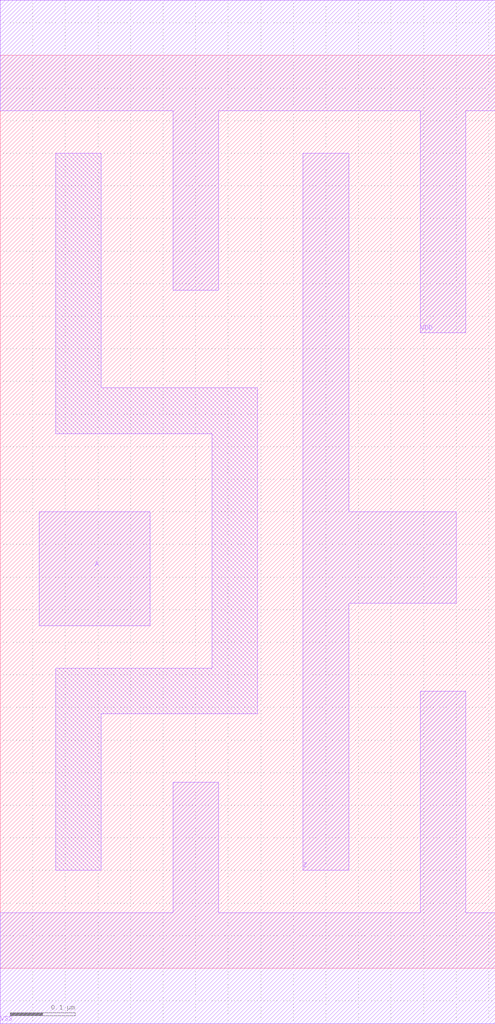
<source format=lef>
# 
# ******************************************************************************
# *                                                                            *
# *                   Copyright (C) 2004-2010, Nangate Inc.                    *
# *                           All rights reserved.                             *
# *                                                                            *
# * Nangate and the Nangate logo are trademarks of Nangate Inc.                *
# *                                                                            *
# * All trademarks, logos, software marks, and trade names (collectively the   *
# * "Marks") in this program are proprietary to Nangate or other respective    *
# * owners that have granted Nangate the right and license to use such Marks.  *
# * You are not permitted to use the Marks without the prior written consent   *
# * of Nangate or such third party that may own the Marks.                     *
# *                                                                            *
# * This file has been provided pursuant to a License Agreement containing     *
# * restrictions on its use. This file contains valuable trade secrets and     *
# * proprietary information of Nangate Inc., and is protected by U.S. and      *
# * international laws and/or treaties.                                        *
# *                                                                            *
# * The copyright notice(s) in this file does not indicate actual or intended  *
# * publication of this file.                                                  *
# *                                                                            *
# *     NGLibraryCreator, v2010.08-HR32-SP3-2010-08-05 - build 1009061800      *
# *                                                                            *
# ******************************************************************************
# 
# 
# Running on brazil06.nangate.com.br for user Giancarlo Franciscatto (gfr).
# Local time is now Fri, 3 Dec 2010, 19:32:18.
# Main process id is 27821.

VERSION 5.6 ;
BUSBITCHARS "[]" ;
DIVIDERCHAR "/" ;

MACRO BUF_X2
  CLASS core ;
  FOREIGN BUF_X2 0.0 0.0 ;
  ORIGIN 0 0 ;
  SYMMETRY X Y ;
  SITE FreePDK45_38x28_10R_NP_162NW_34O ;
  SIZE 0.76 BY 1.4 ;
  PIN A
    DIRECTION INPUT ;
    ANTENNAPARTIALMETALAREA 0.02975 LAYER metal1 ;
    ANTENNAPARTIALMETALSIDEAREA 0.0897 LAYER metal1 ;
    ANTENNAGATEAREA 0.05225 ;
    PORT
      LAYER metal1 ;
        POLYGON 0.06 0.525 0.23 0.525 0.23 0.7 0.06 0.7  ;
    END
  END A
  PIN Z
    DIRECTION OUTPUT ;
    ANTENNAPARTIALMETALAREA 0.1001 LAYER metal1 ;
    ANTENNAPARTIALMETALSIDEAREA 0.3471 LAYER metal1 ;
    ANTENNADIFFAREA 0.1463 ;
    PORT
      LAYER metal1 ;
        POLYGON 0.465 0.15 0.535 0.15 0.535 0.56 0.7 0.56 0.7 0.7 0.535 0.7 0.535 1.25 0.465 1.25  ;
    END
  END Z
  PIN VDD
    DIRECTION INOUT ;
    USE power ;
    SHAPE ABUTMENT ;
    PORT
      LAYER metal1 ;
        POLYGON 0 1.315 0.265 1.315 0.265 1.04 0.335 1.04 0.335 1.315 0.395 1.315 0.645 1.315 0.645 0.975 0.715 0.975 0.715 1.315 0.76 1.315 0.76 1.485 0.395 1.485 0 1.485  ;
    END
  END VDD
  PIN VSS
    DIRECTION INOUT ;
    USE ground ;
    SHAPE ABUTMENT ;
    PORT
      LAYER metal1 ;
        POLYGON 0 -0.085 0.76 -0.085 0.76 0.085 0.715 0.085 0.715 0.425 0.645 0.425 0.645 0.085 0.335 0.085 0.335 0.285 0.265 0.285 0.265 0.085 0 0.085  ;
    END
  END VSS
  OBS
      LAYER metal1 ;
        POLYGON 0.085 0.82 0.325 0.82 0.325 0.46 0.085 0.46 0.085 0.15 0.155 0.15 0.155 0.39 0.395 0.39 0.395 0.89 0.155 0.89 0.155 1.25 0.085 1.25  ;
  END
END BUF_X2

END LIBRARY
#
# End of file
#

</source>
